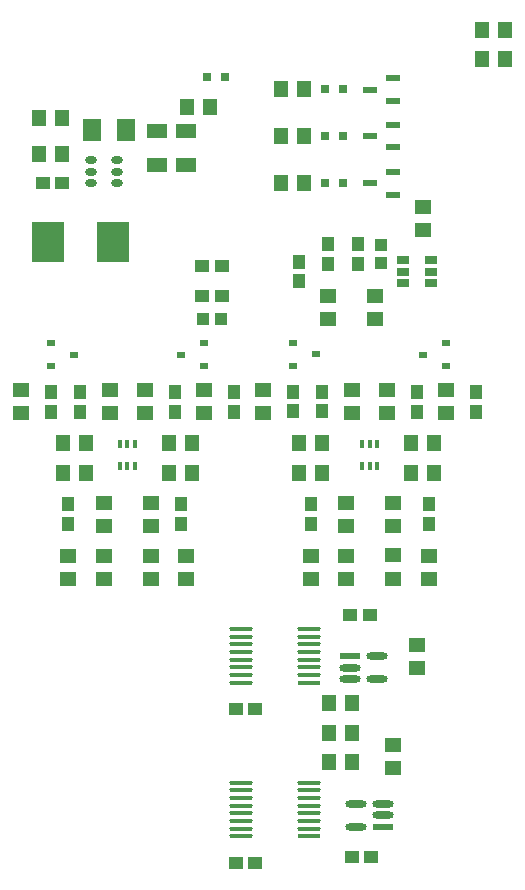
<source format=gbr>
%TF.GenerationSoftware,Altium Limited,Altium Designer,21.2.1 (34)*%
G04 Layer_Color=8421504*
%FSLAX45Y45*%
%MOMM*%
%TF.SameCoordinates,1A5297F3-7C59-4284-9812-4E6276DD2B67*%
%TF.FilePolarity,Positive*%
%TF.FileFunction,Paste,Top*%
%TF.Part,Single*%
G01*
G75*
%TA.AperFunction,SMDPad,CuDef*%
%ADD10R,0.40000X0.66000*%
%ADD11O,1.00000X0.70000*%
G04:AMPARAMS|DCode=12|XSize=1.26mm|YSize=0.59mm|CornerRadius=0.07375mm|HoleSize=0mm|Usage=FLASHONLY|Rotation=180.000|XOffset=0mm|YOffset=0mm|HoleType=Round|Shape=RoundedRectangle|*
%AMROUNDEDRECTD12*
21,1,1.26000,0.44250,0,0,180.0*
21,1,1.11250,0.59000,0,0,180.0*
1,1,0.14750,-0.55625,0.22125*
1,1,0.14750,0.55625,0.22125*
1,1,0.14750,0.55625,-0.22125*
1,1,0.14750,-0.55625,-0.22125*
%
%ADD12ROUNDEDRECTD12*%
%ADD13R,1.10000X0.65000*%
%ADD14R,2.80000X3.50000*%
%ADD15R,0.72400X0.55900*%
G04:AMPARAMS|DCode=16|XSize=1.95543mm|YSize=0.42077mm|CornerRadius=0.21038mm|HoleSize=0mm|Usage=FLASHONLY|Rotation=180.000|XOffset=0mm|YOffset=0mm|HoleType=Round|Shape=RoundedRectangle|*
%AMROUNDEDRECTD16*
21,1,1.95543,0.00000,0,0,180.0*
21,1,1.53467,0.42077,0,0,180.0*
1,1,0.42077,-0.76733,0.00000*
1,1,0.42077,0.76733,0.00000*
1,1,0.42077,0.76733,0.00000*
1,1,0.42077,-0.76733,0.00000*
%
%ADD16ROUNDEDRECTD16*%
%ADD17R,1.95543X0.42077*%
%ADD18R,0.80000X0.80000*%
%ADD19R,1.25814X1.46213*%
%ADD20R,1.46213X1.25814*%
%ADD21R,1.80524X0.61213*%
G04:AMPARAMS|DCode=22|XSize=1.80524mm|YSize=0.61213mm|CornerRadius=0.30606mm|HoleSize=0mm|Usage=FLASHONLY|Rotation=180.000|XOffset=0mm|YOffset=0mm|HoleType=Round|Shape=RoundedRectangle|*
%AMROUNDEDRECTD22*
21,1,1.80524,0.00000,0,0,180.0*
21,1,1.19311,0.61213,0,0,180.0*
1,1,0.61213,-0.59655,0.00000*
1,1,0.61213,0.59655,0.00000*
1,1,0.61213,0.59655,0.00000*
1,1,0.61213,-0.59655,0.00000*
%
%ADD22ROUNDEDRECTD22*%
%ADD23R,1.05822X1.20651*%
%ADD24R,1.20651X1.05822*%
%ADD25R,1.55550X1.85822*%
%ADD26R,1.77000X1.21000*%
%ADD27R,1.00000X1.05000*%
%ADD28R,1.05000X1.00000*%
%TA.AperFunction,ConnectorPad*%
%ADD29R,1.46213X1.25814*%
%TA.AperFunction,Conductor*%
%ADD30C,0.25400*%
D10*
X985000Y4058000D02*
D03*
X1050000D02*
D03*
X1115000D02*
D03*
Y4242000D02*
D03*
X1050000D02*
D03*
X985000D02*
D03*
X3035000Y4242001D02*
D03*
X3100000D02*
D03*
X3165000D02*
D03*
Y4058001D02*
D03*
X3100000D02*
D03*
X3035000D02*
D03*
D11*
X740000Y6645000D02*
D03*
Y6550000D02*
D03*
Y6455000D02*
D03*
X960000D02*
D03*
Y6550000D02*
D03*
Y6645000D02*
D03*
D12*
X3296000Y6545000D02*
D03*
X3100000Y6450000D02*
D03*
X3296000Y6355000D02*
D03*
X3100000Y6850000D02*
D03*
X3296000Y6945000D02*
D03*
Y6755000D02*
D03*
X3300000Y7340000D02*
D03*
X3104000Y7245000D02*
D03*
X3300000Y7150000D02*
D03*
D13*
X3380000Y5797500D02*
D03*
Y5702500D02*
D03*
Y5607500D02*
D03*
X3620000D02*
D03*
Y5702500D02*
D03*
Y5797500D02*
D03*
D14*
X375000Y5950000D02*
D03*
X925000D02*
D03*
D15*
X3746800Y5095000D02*
D03*
X3550000Y5000001D02*
D03*
X3746800Y4905001D02*
D03*
X403200Y5095000D02*
D03*
X600000Y5000000D02*
D03*
X403200Y4905000D02*
D03*
X2449300Y5097501D02*
D03*
X2646100Y5002501D02*
D03*
X2449300Y4907501D02*
D03*
X1696800Y4905000D02*
D03*
X1500000Y5000000D02*
D03*
X1696800Y5095000D02*
D03*
D16*
X2012462Y922500D02*
D03*
Y987500D02*
D03*
Y1052500D02*
D03*
Y1117500D02*
D03*
Y1182500D02*
D03*
Y1247500D02*
D03*
Y1312500D02*
D03*
Y1377500D02*
D03*
X2587539D02*
D03*
Y1312500D02*
D03*
Y1247500D02*
D03*
Y1182500D02*
D03*
Y1117500D02*
D03*
Y1052500D02*
D03*
Y987500D02*
D03*
X2587538Y2287500D02*
D03*
Y2352500D02*
D03*
Y2417500D02*
D03*
Y2482500D02*
D03*
Y2547500D02*
D03*
Y2612500D02*
D03*
Y2677500D02*
D03*
X2012462D02*
D03*
Y2612500D02*
D03*
Y2547500D02*
D03*
Y2482500D02*
D03*
Y2417500D02*
D03*
Y2352500D02*
D03*
Y2287500D02*
D03*
Y2222500D02*
D03*
D17*
X2587539Y922500D02*
D03*
X2587538Y2222500D02*
D03*
D18*
X1875000Y7350000D02*
D03*
X1725000D02*
D03*
X2725000Y7250000D02*
D03*
X2875000D02*
D03*
Y6450000D02*
D03*
X2725000D02*
D03*
X2875000Y6850000D02*
D03*
X2725000D02*
D03*
D19*
X495399Y6700000D02*
D03*
X300000D02*
D03*
X1597699Y4000000D02*
D03*
X1402301D02*
D03*
X1597699Y4250000D02*
D03*
X1402301D02*
D03*
X3647699Y4000000D02*
D03*
X3452301D02*
D03*
X3645199Y4250000D02*
D03*
X3449800D02*
D03*
X2547699Y6850000D02*
D03*
X2352301D02*
D03*
X2547699Y7250000D02*
D03*
X2352301D02*
D03*
X2547699Y6450000D02*
D03*
X2352301D02*
D03*
X502300Y4000000D02*
D03*
X697699D02*
D03*
X502300Y4250000D02*
D03*
X697699D02*
D03*
X2502301Y4000000D02*
D03*
X2697699D02*
D03*
X2502301Y4250000D02*
D03*
X2697699D02*
D03*
X302301Y7000000D02*
D03*
X497699D02*
D03*
X1750199Y7100000D02*
D03*
X1554801D02*
D03*
X2752301Y1800000D02*
D03*
X2947699D02*
D03*
X2752301Y2050000D02*
D03*
X2947699D02*
D03*
X4247699Y7500000D02*
D03*
X4052301D02*
D03*
X4247699Y7750000D02*
D03*
X4052301D02*
D03*
X2752301Y1550000D02*
D03*
X2947699D02*
D03*
D20*
X3150000Y5302301D02*
D03*
Y5497699D02*
D03*
X3750000Y4502301D02*
D03*
Y4697700D02*
D03*
X3250000D02*
D03*
Y4502301D02*
D03*
X3300000Y3300200D02*
D03*
Y3104801D02*
D03*
X3600000Y3102301D02*
D03*
Y3297700D02*
D03*
X3300000Y3552301D02*
D03*
Y3747700D02*
D03*
X900000Y4697700D02*
D03*
Y4502301D02*
D03*
X850000Y3297700D02*
D03*
Y3102301D02*
D03*
X550000D02*
D03*
Y3297700D02*
D03*
X850000Y3552301D02*
D03*
Y3747699D02*
D03*
X2200000Y4507301D02*
D03*
Y4702700D02*
D03*
X2950000Y4700200D02*
D03*
Y4504802D02*
D03*
X2900000Y3297700D02*
D03*
Y3102301D02*
D03*
X2600000D02*
D03*
Y3297700D02*
D03*
X2900000Y3552301D02*
D03*
Y3747700D02*
D03*
X1700000Y4502301D02*
D03*
Y4697700D02*
D03*
X1200000D02*
D03*
Y4502301D02*
D03*
X1250000Y3297700D02*
D03*
Y3102301D02*
D03*
X1550000D02*
D03*
Y3297700D02*
D03*
X1250000Y3552301D02*
D03*
Y3747699D02*
D03*
X2750000Y5304801D02*
D03*
Y5500200D02*
D03*
X3300000Y1697699D02*
D03*
Y1502301D02*
D03*
X3500000Y2349800D02*
D03*
Y2545199D02*
D03*
X3550000Y6052301D02*
D03*
Y6247699D02*
D03*
D21*
X3215048Y1005000D02*
D03*
X2934952Y2445000D02*
D03*
D22*
X3215048Y1100000D02*
D03*
Y1195000D02*
D03*
X2984952D02*
D03*
Y1005000D02*
D03*
X2934952Y2350000D02*
D03*
Y2255000D02*
D03*
X3165048D02*
D03*
Y2445000D02*
D03*
D23*
X2750000Y5769915D02*
D03*
Y5935086D02*
D03*
X650000Y4517414D02*
D03*
Y4682586D02*
D03*
X400000Y4517414D02*
D03*
Y4682586D02*
D03*
X550000Y3567414D02*
D03*
Y3732586D02*
D03*
X2700000Y4522415D02*
D03*
Y4687587D02*
D03*
X2450000Y4522415D02*
D03*
Y4687587D02*
D03*
X2600000Y3567415D02*
D03*
Y3732586D02*
D03*
X1450000Y4517414D02*
D03*
Y4682586D02*
D03*
X1950000Y4517414D02*
D03*
Y4682586D02*
D03*
X1500000Y3567414D02*
D03*
Y3732586D02*
D03*
X3500000Y4517415D02*
D03*
Y4682587D02*
D03*
X4000000Y4517415D02*
D03*
Y4682587D02*
D03*
X3600000Y3567415D02*
D03*
Y3732586D02*
D03*
X2500000Y5619914D02*
D03*
Y5785086D02*
D03*
X3000000Y5769915D02*
D03*
Y5935086D02*
D03*
D24*
X334828Y6450000D02*
D03*
X500000D02*
D03*
X3100000Y2800000D02*
D03*
X2934828D02*
D03*
X1683414Y5750000D02*
D03*
X1848586D02*
D03*
X1683414Y5500000D02*
D03*
X1848586D02*
D03*
X1967414Y2000000D02*
D03*
X2132586D02*
D03*
X2132586Y700000D02*
D03*
X1967415D02*
D03*
X2950000Y750000D02*
D03*
X3115172D02*
D03*
D25*
X1040272Y6900000D02*
D03*
X750000D02*
D03*
D26*
X1550000Y6892800D02*
D03*
Y6607200D02*
D03*
X1300000Y6892800D02*
D03*
Y6607200D02*
D03*
D27*
X3200000Y5777500D02*
D03*
Y5927500D02*
D03*
D28*
X1841000Y5300000D02*
D03*
X1691000D02*
D03*
D29*
X150000Y4502301D02*
D03*
Y4697700D02*
D03*
D30*
X2898705Y3753796D02*
X2900000Y3752501D01*
%TF.MD5,3940cfcea398a844abcff7b2a42a5dbc*%
M02*

</source>
